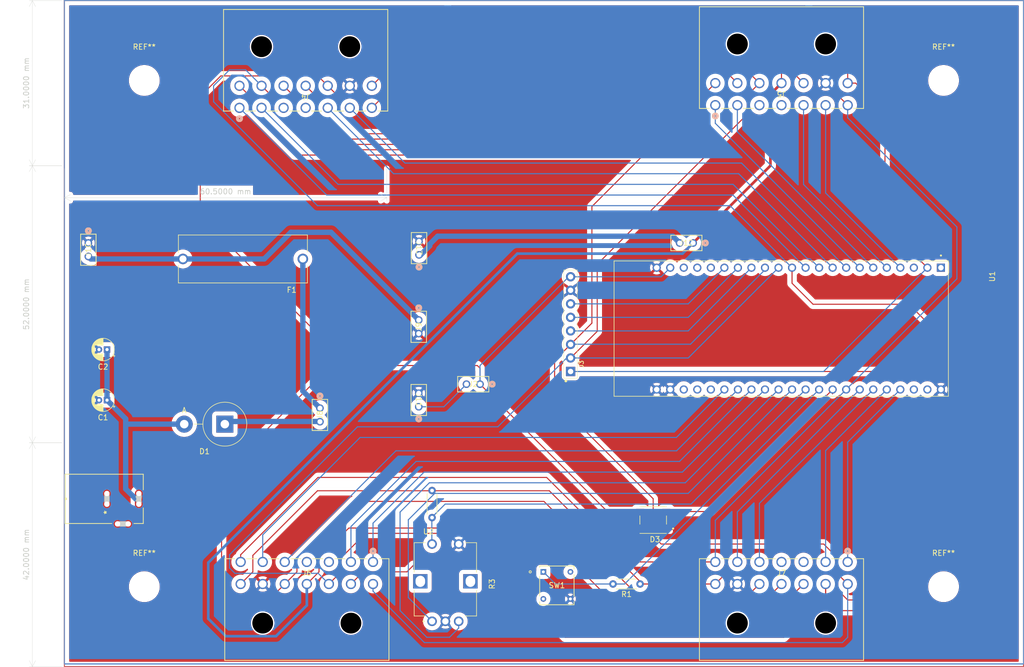
<source format=kicad_pcb>
(kicad_pcb (version 20240108) (generator "pcbnew") (generator_version "8.0")
  (layers (0 "F.Cu" signal) (31 "B.Cu" signal) (34 "B.Paste" user) (35 "F.Paste" user) (36 "B.SilkS" user "B.Silkscreen") (37 "F.SilkS" user "F.Silkscreen") (38 "B.Mask" user) (39 "F.Mask" user) (44 "Edge.Cuts" user))
  (net 0 "")
  (net 2 "GND")
  (net 3 "Net-(D1-A)")
  (net 4 "+12V")
  (net 5 "+5V")
  (net 6 "/neo pixel")
  (net 8 "Net-(D1-K)")
  (net 9 "/MOSI")
  (net 10 "/DC")
  (net 11 "/RESET")
  (net 12 "/3V3")
  (net 13 "/screenCS")
  (net 14 "/SCK")
  (net 15 "/RotorSW")
  (net 16 "/step1")
  (net 17 "/B")
  (net 18 "/dir1")
  (net 19 "/MISO")
  (net 20 "/pressureCS3")
  (net 21 "/irVout1")
  (net 22 "/pressureCS2")
  (net 23 "/step3")
  (net 24 "/step4")
  (net 25 "/pressureCS4")
  (net 26 "/dir3")
  (net 27 "/dir2")
  (net 28 "/irVout4")
  (net 29 "/irVout2")
  (net 30 "/irVin")
  (net 31 "/dir4")
  (net 32 "/pressureCS1")
  (net 33 "/step2")
  (net 34 "/A")
  (net 35 "/irVout3")
  (net 38 "Net-(F1-Pad1)")
  (net 39 "Net-(F1-Pad2)")
  (net 49 "Net-(J11-Pad1)")
  (net 50 "Net-(J12-Pad2)")
  (net 59 "Net-(U1-GPIO38)")
  (footprint "MountingHole:MountingHole_5.3mm_M5" (layer "F.Cu") (at 65 135)
    (property "Reference" "REF**")
    (property "Value" "MountingHole_5.3mm_M5")
  )
  (footprint "Capacitor_THT:CP_Radial_D4.0mm_P1.50mm" (layer "F.Cu") (at 58 100 180)
    (property "Reference" "C1")
    (property "Value" "10uF")
  )
  (footprint "1pin-jumper:CONN2_M20-999_1x2_HRW" (layer "F.Cu") (at 54.5 70.5 90)
    (property "Reference" "J10")
    (property "Value" "M20-9990246")
  )
  (footprint "TR1_01:SPST_TR1_NDC" (layer "F.Cu") (at 139.8871 132.222)
    (property "Reference" "SW1")
    (property "Value" "TR1-01")
  )
  (footprint "PH1-08-UA:1X8-2.54MM-THT" (layer "F.Cu") (at 145 94.62 90)
    (property "Reference" "J3")
    (property "Value" "PH1-08-UA")
  )
  (footprint "1pin-jumper:CONN2_M20-999_1x2_HRW" (layer "F.Cu") (at 116.5 101.2366 -90)
    (property "Reference" "J11")
    (property "Value" "M20-9990246")
  )
  (footprint "1pin-jumper:CONN2_M20-999_1x2_HRW" (layer "F.Cu") (at 128 97)
    (property "Reference" "J2")
    (property "Value" "M20-9990246")
  )
  (footprint "CONN14_1-770973-1_TEC:CONN14_1-770973-1_TEC" (layer "F.Cu") (at 82.860001 45.139997 180)
    (property "Reference" "J4")
    (property "Value" "1-770973-1")
  )
  (footprint "CONN14_1-770973-1_TEC:CONN14_1-770973-1_TEC" (layer "F.Cu") (at 107.919998 130.360003)
    (property "Reference" "J6")
    (property "Value" "1-770973-1")
  )
  (footprint "ACZ11BR1E_20FD1_20C:CUI_ACZ11BR1E-20FD1-20C" (layer "F.Cu") (at 121.5 134)
    (property "Reference" "U2")
    (property "Value" "ACZ11BR1E-20FD1-20C")
  )
  (footprint "CONN14_1-770973-1_TEC:CONN14_1-770973-1_TEC" (layer "F.Cu") (at 172.160004 44.639997 180)
    (property "Reference" "J5")
    (property "Value" "1-770973-1")
  )
  (footprint "1pin-jumper:CONN2_M20-999_1x2_HRW" (layer "F.Cu") (at 116.5555 72.7366 -90)
    (property "Reference" "J13")
    (property "Value" "M20-9990246")
  )
  (footprint "1655:LED_1655" (layer "F.Cu") (at 160.5 122.5 180)
    (property "Reference" "D3")
    (property "Value" "1655")
  )
  (footprint "MountingHole:MountingHole_5.3mm_M5" (layer "F.Cu") (at 215 40)
    (property "Reference" "REF**")
    (property "Value" "MountingHole_5.3mm_M5")
  )
  (footprint "Resistor_THT:R_Axial_DIN0204_L3.6mm_D1.6mm_P5.08mm_Horizontal" (layer "F.Cu") (at 158.04 134.5 180)
    (property "Reference" "R1")
    (property "Value" "10k")
  )
  (footprint "CONN14_1-770973-1_TEC:CONN14_1-770973-1_TEC" (layer "F.Cu") (at 197 130.360003)
    (property "Reference" "J7")
    (property "Value" "1-770973-1")
  )
  (footprint "4628:FUSE_4628" (layer "F.Cu") (at 83.5 73.5 180)
    (property "Reference" "F1")
    (property "Value" "4628")
  )
  (footprint "Capacitor_THT:CP_Radial_D4.0mm_P1.50mm" (layer "F.Cu") (at 58 90.5 180)
    (property "Reference" "C2")
    (property "Value" "0.1uF")
  )
  (footprint "MountingHole:MountingHole_5.3mm_M5" (layer "F.Cu") (at 65 40)
    (property "Reference" "REF**")
    (property "Value" "MountingHole_5.3mm_M5")
  )
  (footprint "ESP32-S3-DEVKITC-1-N8R2:XCVR_ESP32-S3-DEVKITC-1-N8R2" (layer "F.Cu") (at 184.53 86.57 -90)
    (property "Reference" "U1")
    (property "Value" "ESP32-S3-DEVKITC-1-N8R2")
  )
  (footprint "1pin-jumper:CONN2_M20-999_1x2_HRW" (layer "F.Cu") (at 168 70.5)
    (property "Reference" "J12")
    (property "Value" "M20-9990246")
  )
  (footprint "Diode_THT:D_5KPW_P7.62mm_Vertical_AnodeUp" (layer "F.Cu") (at 80.11 104.5 180)
    (property "Reference" "D1")
    (property "Value" "D")
  )
  (footprint "Resistor_THT:R_Axial_DIN0204_L3.6mm_D1.6mm_P5.08mm_Horizontal" (layer "F.Cu") (at 119 116.96 -90)
    (property "Reference" "R3")
    (property "Value" "10k")
  )
  (footprint "PJ_002B:PJ-002B_CUI" (layer "F.Cu") (at 63.975351 118.52325 90)
    (property "Reference" "J1")
    (property "Value" "PJ-002B")
    (fp_line (start -1.0033 -6.000001) (end 1.0033 -6.000001) (stroke (width 0.9906)) (layer "Edge.Cuts"))
    (fp_line (start -4.700001 -1.9967) (end -4.700001 -4.0033) (stroke (width 0.9906)) (layer "Edge.Cuts"))
    (fp_line (start -1.0033 0) (end 1.0033 0) (stroke (width 0.9906)) (layer "Edge.Cuts"))
  )
  (footprint "MountingHole:MountingHole_5.3mm_M5" (layer "F.Cu") (at 215 135)
    (property "Reference" "REF**")
    (property "Value" "MountingHole_5.3mm_M5")
  )
  (footprint "1pin-jumper:CONN2_M20-999_1x2_HRW" (layer "F.Cu") (at 116.5 84.96 90)
    (property "Reference" "J9")
    (property "Value" "M20-9990246")
  )
  (footprint "1pin-jumper:CONN2_M20-999_1x2_HRW" (layer "F.Cu") (at 97.96 101.5 90)
    (property "Reference" "J8")
    (property "Value" "M20-9990246")
  )
  (gr_rect (start 50 25) (end 230 150) (stroke (width 0.2)) (fill none) (layer "F.Cu"))
  (gr_rect (start 50 25) (end 230 149.5) (stroke (width 0.2)) (fill none) (layer "B.Cu"))
  (gr_poly (pts (xy 50 25) (xy 50 56) (xy 50 56) (xy 50 108) (xy 50 108) (xy 50 150) (xy 230 150) (xy 230 25)) (stroke (width 0.05)) (fill none) (layer "Edge.Cuts"))
  (dimension (type aligned) (layer "Edge.Cuts") (pts (xy 50 56) (xy 110.5 56)) (height 5.999999) (gr_text "60.5000 mm" (at 80.25 60.849999 0) (layer "Edge.Cuts") (effects (font (size 1 1) (thickness 0.15)))) (format (prefix "") (suffix "") (units 3) (units_format 1) (precision 4)) (style (thickness 0.05) (arrow_length 1.27) (text_position_mode 0) (extension_height 0.58642) (extension_offset 0.5) keep_text_aligned))
  (dimension (type aligned) (layer "Edge.Cuts") (pts (xy 50 25) (xy 50 56)) (height 5.999999) (gr_text "31.0000 mm" (at 42.850001 40.5 90) (layer "Edge.Cuts") (effects (font (size 1 1) (thickness 0.15)))) (format (prefix "") (suffix "") (units 3) (units_format 1) (precision 4)) (style (thickness 0.05) (arrow_length 1.27) (text_position_mode 0) (extension_height 0.58642) (extension_offset 0.5) keep_text_aligned))
  (dimension (type aligned) (layer "Edge.Cuts") (pts (xy 50 56) (xy 50 108)) (height 5.999999) (gr_text "52.0000 mm" (at 42.850001 82 90) (layer "Edge.Cuts") (effects (font (size 1 1) (thickness 0.15)))) (format (prefix "") (suffix "") (units 3) (units_format 1) (precision 4)) (style (thickness 0.05) (arrow_length 1.27) (text_position_mode 0) (extension_height 0.58642) (extension_offset 0.5) keep_text_aligned))
  (dimension (type aligned) (layer "Edge.Cuts") (pts (xy 50 108) (xy 50 150)) (height 5.999999) (gr_text "42.0000 mm" (at 42.850001 129 90) (layer "Edge.Cuts") (effects (font (size 1 1) (thickness 0.15)))) (format (prefix "") (suffix "") (units 3) (units_format 1) (precision 4)) (style (thickness 0.05) (arrow_length 1.27) (text_position_mode 0) (extension_height 0.58642) (extension_offset 0.5) keep_text_aligned))
  (segment (start 124 127) (end 124.5 127) (width 0.2) (layer "B.Cu") (net 2))
  (segment (start 61.5 116.647899) (end 63.375351 118.52325) (width 1) (layer "B.Cu") (net 3))
  (segment (start 58 100) (end 61.5 103.5) (width 1) (layer "B.Cu") (net 3))
  (segment (start 58 90.5) (end 58 100) (width 1) (layer "B.Cu") (net 3))
  (segment (start 72.49 104.5) (end 61.5 104.5) (width 1) (layer "B.Cu") (net 3))
  (segment (start 61.5 103.5) (end 61.5 104.5) (width 1) (layer "B.Cu") (net 3))
  (segment (start 61.5 104.5) (end 61.5 116.647899) (width 1) (layer "B.Cu") (net 3))
  (segment (start 139 124) (end 153.5 138.5) (width 0.2) (layer "F.Cu") (net 4))
  (segment (start 103.37805 124) (end 139 124) (width 0.2) (layer "F.Cu") (net 4))
  (segment (start 180.5 58) (end 168 70.5) (width 0.5) (layer "F.Cu") (net 4))
  (segment (start 176.400897 30) (end 184.580002 38.179105) (width 0.2) (layer "F.Cu") (net 4))
  (segment (start 148.5 51) (end 169.5 30) (width 0.2) (layer "F.Cu") (net 4))
  (segment (start 97.133999 42.854) (end 97.133999 45.47595) (width 0.2) (layer "F.Cu") (net 4))
  (segment (start 95.5 134.5) (end 97.785999 132.214001) (width 0.2) (layer "F.Cu") (net 4))
  (segment (start 180.580002 138.5) (end 184.580002 134.5) (width 0.2) (layer "F.Cu") (net 4))
  (segment (start 102.658049 51) (end 148.5 51) (width 0.2) (layer "F.Cu") (net 4))
  (segment (start 182.5 56) (end 180.5 58) (width 0.5) (layer "F.Cu") (net 4))
  (segment (start 97.133999 45.47595) (end 102.658049 51) (width 0.2) (layer "F.Cu") (net 4))
  (segment (start 184.580002 38.179105) (end 184.580002 40.5) (width 0.2) (layer "F.Cu") (net 4))
  (segment (start 97.785999 129.592051) (end 103.37805 124) (width 0.2) (layer "F.Cu") (net 4))
  (segment (start 95.279999 41) (end 97.133999 42.854) (width 0.2) (layer "F.Cu") (net 4))
  (segment (start 97.785999 132.214001) (end 97.785999 129.592051) (width 0.2) (layer "F.Cu") (net 4))
  (segment (start 184.580002 40.5) (end 182.5 42.580002) (width 0.5) (layer "F.Cu") (net 4))
  (segment (start 153.5 138.5) (end 180.580002 138.5) (width 0.2) (layer "F.Cu") (net 4))
  (segment (start 182.5 42.580002) (end 182.5 56) (width 0.5) (layer "F.Cu") (net 4))
  (segment (start 169.5 30) (end 176.400897 30) (width 0.2) (layer "F.Cu") (net 4))
  (segment (start 77 130.5) (end 77 141) (width 0.5) (layer "B.Cu") (net 4))
  (segment (start 80.295801 144.295801) (end 89.704199 144.295801) (width 0.5) (layer "B.Cu") (net 4))
  (segment (start 135 72.5) (end 77 130.5) (width 0.5) (layer "B.Cu") (net 4))
  (segment (start 166 72.5) (end 135 72.5) (width 0.5) (layer "B.Cu") (net 4))
  (segment (start 89.704199 144.295801) (end 95.5 138.5) (width 0.5) (layer "B.Cu") (net 4))
  (segment (start 168 70.5) (end 166 72.5) (width 0.5) (layer "B.Cu") (net 4))
  (segment (start 95.5 138.5) (end 95.5 134.5) (width 0.5) (layer "B.Cu") (net 4))
  (segment (start 77 141) (end 80.295801 144.295801) (width 0.5) (layer "B.Cu") (net 4))
  (segment (start 147 50) (end 168.5 28.5) (width 0.2) (layer "F.Cu") (net 5))
  (segment (start 79.5 135.5) (end 79.5 114) (width 0.2) (layer "F.Cu") (net 5))
  (segment (start 93.646 132.214001) (end 93.646 129.592051) (width 0.2) (layer "F.Cu") (net 5))
  (segment (start 79.5 114) (end 100 93.5) (width 0.2) (layer "F.Cu") (net 5))
  (segment (start 140 119) (end 158 137) (width 0.2) (layer "F.Cu") (net 5))
  (segment (start 75.5 43) (end 75.5 65.5) (width 0.2) (layer "F.Cu") (net 5))
  (segment (start 93.646 129.592051) (end 104.238051 119) (width 0.2) (layer "F.Cu") (net 5))
  (segment (start 101.705998 45.907949) (end 105.798049 50) (width 0.2) (layer "F.Cu") (net 5))
  (segment (start 158.05 120.9) (end 151.9 120.9) (width 0.2) (layer "F.Cu") (net 5))
  (segment (start 91.360001 134.5) (end 86.860001 139) (width 0.2) (layer "F.Cu") (net 5))
  (segment (start 168.5 28.5) (end 176.720001 28.5) (width 0.2) (layer "F.Cu") (net 5))
  (segment (start 128 94) (end 128 97) (width 0.2) (layer "F.Cu") (net 5))
  (segment (start 83 139) (end 79.5 135.5) (width 0.2) (layer "F.Cu") (net 5))
  (segment (start 79.354 39.146) (end 75.5 43) (width 0.2) (layer "F.Cu") (net 5))
  (segment (start 177.940003 137) (end 180.440003 134.5) (width 0.2) (layer "F.Cu") (net 5))
  (segment (start 99.419998 41) (end 97.565998 39.146) (width 0.2) (layer "F.Cu") (net 5))
  (segment (start 105.798049 50) (end 147 50) (width 0.2) (layer "F.Cu") (net 5))
  (segment (start 97.565998 39.146) (end 79.354 39.146) (width 0.2) (layer "F.Cu") (net 5))
  (segment (start 103.5 93.5) (end 127.5 93.5) (width 0.2) (layer "F.Cu") (net 5))
  (segment (start 127.5 93.5) (end 128 94) (width 0.2) (layer "F.Cu") (net 5))
  (segment (start 151.9 120.9) (end 128 97) (width 0.2) (layer "F.Cu") (net 5))
  (segment (start 176.720001 28.5) (end 188.720001 40.5) (width 0.2) (layer "F.Cu") (net 5))
  (segment (start 99.419998 41) (end 101.705998 43.286) (width 0.2) (layer "F.Cu") (net 5))
  (segment (start 158 137) (end 177.940003 137) (width 0.2) (layer "F.Cu") (net 5))
  (segment (start 91.360001 134.5) (end 93.646 132.214001) (width 0.2) (layer "F.Cu") (net 5))
  (segment (start 75.5 65.5) (end 103.5 93.5) (width 0.2) (layer "F.Cu") (net 5))
  (segment (start 104.238051 119) (end 140 119) (width 0.2) (layer "F.Cu") (net 5))
  (segment (start 86.860001 139) (end 83 139) (width 0.2) (layer "F.Cu") (net 5))
  (segment (start 100 93.5) (end 103.5 93.5) (width 0.2) (layer "F.Cu") (net 5))
  (segment (start 101.705998 43.286) (end 101.705998 45.907949) (width 0.2) (layer "F.Cu") (net 5))
  (segment (start 163.7 75.14) (end 162 76.84) (width 0.2) (layer "B.Cu") (net 5))
  (segment (start 145 76.84) (end 144.66 76.84) (width 0.2) (layer "B.Cu") (net 5))
  (segment (start 162 76.84) (end 145 76.84) (width 0.2) (layer "B.Cu") (net 5))
  (segment (start 144.66 76.84) (end 128 93.5) (width 0.2) (layer "B.Cu") (net 5))
  (segment (start 128 93.5) (end 128 97) (width 0.2) (layer "B.Cu") (net 5))
  (segment (start 171.28 120.9) (end 194.18 98) (width 0.2) (layer "F.Cu") (net 6))
  (segment (start 162.95 120.9) (end 171.28 120.9) (width 0.2) (layer "F.Cu") (net 6))
  (segment (start 194.18 98.82) (end 194.18 98) (width 0.2) (layer "F.Cu") (net 6))
  (segment (start 80.11 104.5) (end 80.61 104) (width 1) (layer "F.Cu") (net 8))
  (segment (start 98 104) (end 97.96 104.04) (width 1) (layer "F.Cu") (net 8))
  (segment (start 80.61 104) (end 97.46 104) (width 1) (layer "B.Cu") (net 8))
  (segment (start 149 63.660004) (end 158.660004 54) (width 0.2) (layer "F.Cu") (net 9))
  (segment (start 194.714001 132.214001) (end 194.714001 129.214001) (width 0.2) (layer "F.Cu") (net 9))
  (segment (start 160.5 125.5) (end 160.5 118.5) (width 0.2) (layer "F.Cu") (net 9))
  (segment (start 160.5 118.5) (end 142 100) (width 0.2) (layer "F.Cu") (net 9))
  (segment (start 194.714001 129.214001) (end 192.5 127) (width 0.2) (layer "F.Cu") (net 9))
  (segment (start 149 85.54) (end 149 63.660004) (width 0.2) (layer "F.Cu") (net 9))
  (segment (start 84.714001 45.47595) (end 93.238051 54) (width 0.2) (layer "F.Cu") (net 9))
  (segment (start 197 134.5) (end 194.714001 132.214001) (width 0.2) (layer "F.Cu") (net 9))
  (segment (start 142 100) (end 142 92.54) (width 0.2) (layer "F.Cu") (net 9))
  (segment (start 158.660004 54) (end 172.160004 40.5) (width 0.2) (layer "F.Cu") (net 9))
  (segment (start 181.48 75.52) (end 181.48 75.14) (width 0.2) (layer "F.Cu") (net 9))
  (segment (start 142 92.54) (end 145 89.54) (width 0.2) (layer "F.Cu") (net 9))
  (segment (start 145 89.54) (end 149 85.54) (width 0.2) (layer "F.Cu") (net 9))
  (segment (start 162 127) (end 160.5 125.5) (width 0.2) (layer "F.Cu") (net 9))
  (segment (start 93.238051 54) (end 158.660004 54) (width 0.2) (layer "F.Cu") (net 9))
  (segment (start 84.714001 42.854) (end 84.714001 45.47595) (width 0.2) (layer "F.Cu") (net 9))
  (segment (start 192.5 127) (end 162 127) (width 0.2) (layer "F.Cu") (net 9))
  (segment (start 82.860001 41) (end 84.714001 42.854) (width 0.2) (layer "F.Cu") (net 9))
  (segment (start 107.919998 135.849159) (end 117.570839 145.5) (width 0.2) (layer "B.Cu") (net 9))
  (segment (start 117.570839 145.5) (end 196 145.5) (width 0.2) (layer "B.Cu") (net 9))
  (segment (start 107.919998 134.5) (end 107.919998 135.849159) (width 0.2) (layer "B.Cu") (net 9))
  (segment (start 196 145.5) (end 197 144.5) (width 0.2) (layer "B.Cu") (net 9))
  (segment (start 197 144.5) (end 197 134.5) (width 0.2) (layer "B.Cu") (net 9))
  (segment (start 167.5 89.5) (end 181.48 75.52) (width 0.2) (layer "B.Cu") (net 9))
  (segment (start 145.04 89.5) (end 167.5 89.5) (width 0.2) (layer "B.Cu") (net 9))
  (segment (start 167.08 87) (end 178.94 75.14) (width 0.2) (layer "B.Cu") (net 10))
  (segment (start 145 87) (end 167.08 87) (width 0.2) (layer "B.Cu") (net 10))
  (segment (start 145 84.46) (end 167.08 84.46) (width 0.2) (layer "B.Cu") (net 11))
  (segment (start 167.08 84.46) (end 176.4 75.14) (width 0.2) (layer "B.Cu") (net 11))
  (segment (start 188.960897 26) (end 197 34.039103) (width 0.2) (layer "F.Cu") (net 12))
  (segment (start 195.146 134.164047) (end 195.146 135.646) (width 0.2) (layer "F.Cu") (net 12))
  (segment (start 195.146 135.646) (end 197 137.5) (width 0.2) (layer "F.Cu") (net 12))
  (segment (start 211.96 75.14) (end 204 67.18) (width 0.2) (layer "F.Cu") (net 12))
  (segment (start 85.366001 129.133999) (end 97.5 117) (width 0.2) (layer "F.Cu") (net 12))
  (segment (start 198.5 40.5) (end 197 40.5) (width 0.2) (layer "F.Cu") (net 12))
  (segment (start 122.699997 26) (end 188.960897 26) (width 0.2) (layer "F.Cu") (net 12))
  (segment (start 214.62 94.62) (end 145 94.62) (width 0.2) (layer "F.Cu") (net 12))
  (segment (start 85.366001 132.214001) (end 85.366001 129.133999) (width 0.2) (layer "F.Cu") (net 12))
  (segment (start 218 119) (end 218 98) (width 0.2) (layer "F.Cu") (net 12))
  (segment (start 83.080002 134.5) (end 85.366001 132.214001) (width 0.2) (layer "F.Cu") (net 12))
  (segment (start 197 137.5) (end 199.5 137.5) (width 0.2) (layer "F.Cu") (net 12))
  (segment (start 174.014004 132.646) (end 193.627953 132.646) (width 0.2) (layer "F.Cu") (net 12))
  (segment (start 141 117) (end 158.5 134.5) (width 0.2) (layer "F.Cu") (net 12))
  (segment (start 172.160004 134.5) (end 174.014004 132.646) (width 0.2) (layer "F.Cu") (net 12))
  (segment (start 107.699997 41) (end 122.699997 26) (width 0.2) (layer "F.Cu") (net 12))
  (segment (start 218 98) (end 214.62 94.62) (width 0.2) (layer "F.Cu") (net 12))
  (segment (start 204 46) (end 198.5 40.5) (width 0.2) (layer "F.Cu") (net 12))
  (segment (start 193.627953 132.646) (end 195.146 134.164047) (width 0.2) (layer "F.Cu") (net 12))
  (segment (start 97.5 117) (end 141 117) (width 0.2) (layer "F.Cu") (net 12))
  (segment (start 197 34.039103) (end 197 40.5) (width 0.2) (layer "F.Cu") (net 12))
  (segment (start 199.5 137.5) (end 218 119) (width 0.2) (layer "F.Cu") (net 12))
  (segment (start 204 67.18) (end 204 46) (width 0.2) (layer "F.Cu") (net 12))
  (segment (start 158.5 134.5) (end 172.160004 134.5) (width 0.2) (layer "F.Cu") (net 12))
  (segment (start 145 94.62) (end 192.48 94.62) (width 0.2) (layer "B.Cu") (net 12))
  (segment (start 192.48 94.62) (end 211.96 75.14) (width 0.2) (layer "B.Cu") (net 12))
  (segment (start 107.699997 41) (end 107.699997 40.300003) (width 0.2) (layer "B.Cu") (net 12))
  (segment (start 145 81.92) (end 167.08 81.92) (width 0.2) (layer "B.Cu") (net 13))
  (segment (start 167.08 81.92) (end 173.86 75.14) (width 0.2) (layer "B.Cu") (net 13))
  (segment (start 91.14 41) (end 92.5 42.36) (width 0.2) (layer "F.Cu") (net 14))
  (segment (start 175.940003 36) (end 180.440003 40.5) (width 0.2) (layer "F.Cu") (net 14))
  (segment (start 99.639999 134.5) (end 101.925999 132.214) (width 0.2) (layer "F.Cu") (net 14))
  (segment (start 180.440003 40.5) (end 178.154003 42.786) (width 0.2) (layer "F.Cu") (net 14))
  (segment (start 101.925999 129.592051) (end 106.51805 125) (width 0.2) (layer "F.Cu") (net 14))
  (segment (start 150 74.5) (end 150 87.08) (width 0.2) (layer "F.Cu") (net 14))
  (segment (start 92.5 42.36) (end 92.5 42.5) (width 0.2) (layer "F.Cu") (net 14))
  (segment (start 150 52) (end 166 36) (width 0.2) (layer "F.Cu") (net 14))
  (segment (start 183.720001 139.5) (end 188.720001 134.5) (width 0.2) (layer "F.Cu") (net 14))
  (segment (start 106.51805 125) (end 130 125) (width 0.2) (layer "F.Cu") (net 14))
  (segment (start 99.51805 52) (end 150 52) (width 0.2) (layer "F.Cu") (net 14))
  (segment (start 178.154003 46.345997) (end 150 74.5) (width 0.2) (layer "F.Cu") (net 14))
  (segment (start 130 125) (end 144.5 139.5) (width 0.2) (layer "F.Cu") (net 14))
  (segment (start 166 36) (end 175.940003 36) (width 0.2) (layer "F.Cu") (net 14))
  (segment (start 144.5 139.5) (end 183.720001 139.5) (width 0.2) (layer "F.Cu") (net 14))
  (segment (start 93 43) (end 93 45.48195) (width 0.2) (layer "F.Cu") (net 14))
  (segment (start 150 87.08) (end 145 92.08) (width 0.2) (layer "F.Cu") (net 14))
  (segment (start 92.5 42.5) (end 93 43) (width 0.2) (layer "F.Cu") (net 14))
  (segment (start 101.925999 132.214) (end 101.925999 129.592051) (width 0.2) (layer "F.Cu") (net 14))
  (segment (start 178.154003 42.786) (end 178.154003 46.345997) (width 0.2) (layer "F.Cu") (net 14))
  (segment (start 93 45.48195) (end 99.51805 52) (width 0.2) (layer "F.Cu") (net 14))
  (segment (start 145 92.08) (end 167.08 92.08) (width 0.2) (layer "B.Cu") (net 14))
  (segment (start 81 129) (end 81 131.5) (width 0.2) (layer "B.Cu") (net 14))
  (segment (start 97.639999 132.5) (end 99.639999 134.5) (width 0.2) (layer "B.Cu") (net 14))
  (segment (start 145 92.08) (end 144.265 92.08) (width 0.2) (layer "B.Cu") (net 14))
  (segment (start 81 131.5) (end 82 132.5) (width 0.2) (layer "B.Cu") (net 14))
  (segment (start 131.345 105) (end 105 105) (width 0.2) (layer "B.Cu") (net 14))
  (segment (start 82 132.5) (end 97.639999 132.5) (width 0.2) (layer "B.Cu") (net 14))
  (segment (start 105 105) (end 81 129) (width 0.2) (layer "B.Cu") (net 14))
  (segment (start 144.265 92.08) (end 131.345 105) (width 0.2) (layer "B.Cu") (net 14))
  (segment (start 167.08 92.08) (end 184.02 75.14) (width 0.2) (layer "B.Cu") (net 14))
  (segment (start 167.6 119.5) (end 189.1 98) (width 0.2) (layer "B.Cu") (net 15))
  (segment (start 121.46 119.5) (end 167.6 119.5) (width 0.2) (layer "B.Cu") (net 15))
  (segment (start 118.96 122) (end 121.46 119.5) (width 0.2) (layer "B.Cu") (net 15))
  (segment (start 118.96 126.96) (end 119 127) (width 0.2) (layer "B.Cu") (net 15))
  (segment (start 118.96 122) (end 118.96 126.96) (width 0.2) (layer "B.Cu") (net 15))
  (segment (start 197 107.88) (end 206.88 98) (width 0.2) (layer "B.Cu") (net 16))
  (segment (start 197 130.360003) (end 197 107.88) (width 0.2) (layer "B.Cu") (net 16))
  (segment (start 166.52 115.5) (end 184.02 98) (width 0.2) (layer "B.Cu") (net 17))
  (segment (start 118 144.5) (end 113 139.5) (width 0.2) (layer "B.Cu") (net 17))
  (segment (start 118.5 115.5) (end 166.52 115.5) (width 0.2) (layer "B.Cu") (net 17))
  (segment (start 124 142.772792) (end 122.272792 144.5) (width 0.2) (layer "B.Cu") (net 17))
  (segment (start 113 139.5) (end 113 121) (width 0.2) (layer "B.Cu") (net 17))
  (segment (start 113 121) (end 118.5 115.5) (width 0.2) (layer "B.Cu") (net 17))
  (segment (start 124 141.5) (end 124 142.772792) (width 0.2) (layer "B.Cu") (net 17))
  (segment (start 122.272792 144.5) (end 118 144.5) (width 0.2) (layer "B.Cu") (net 17))
  (segment (start 192.860001 109.479999) (end 204.34 98) (width 0.2) (layer "B.Cu") (net 18))
  (segment (start 192.860001 130.360003) (end 192.860001 109.479999) (width 0.2) (layer "B.Cu") (net 18))
  (segment (start 190.5 82) (end 186.56 78.06) (width 0.2) (layer "F.Cu") (net 19))
  (segment (start 151.5 53) (end 167 37.5) (width 0.2) (layer "F.Cu") (net 19))
  (segment (start 186.56 78.06) (end 186.56 75.14) (width 0.2) (layer "F.Cu") (net 19))
  (segment (start 167 37.5) (end 173.300003 37.5) (width 0.2) (layer "F.Cu") (net 19))
  (segment (start 192.860001 134.5) (end 192.860001 136.860001) (width 0.2) (layer "F.Cu") (net 19))
  (segment (start 219.5 93) (end 208.5 82) (width 0.2) (layer "F.Cu") (net 19))
  (segment (start 103.779999 134.5) (end 106.065996 132.214003) (width 0.2) (layer "F.Cu") (net 19))
  (segment (start 115.5 131) (end 130.5 131) (width 0.2) (layer "F.Cu") (net 19))
  (segment (start 192.860001 136.639999) (end 192.860001 134.5) (width 0.2) (layer "F.Cu") (net 19))
  (segment (start 87 41) (end 89.286 43.286) (width 0.2) (layer "F.Cu") (net 19))
  (segment (start 200 139.5) (end 219.5 120) (width 0.2) (layer "F.Cu") (net 19))
  (segment (start 130.5 131) (end 144 144.5) (width 0.2) (layer "F.Cu") (net 19))
  (segment (start 144 144.5) (end 185 144.5) (width 0.2) (layer "F.Cu") (net 19))
  (segment (start 106.065996 132.214003) (end 114.285997 132.214003) (width 0.2) (layer "F.Cu") (net 19))
  (segment (start 185 144.5) (end 192.860001 136.639999) (width 0.2) (layer "F.Cu") (net 19))
  (segment (start 114.285997 132.214003) (end 115.5 131) (width 0.2) (layer "F.Cu") (net 19))
  (segment (start 192.860001 136.860001) (end 195.5 139.5) (width 0.2) (layer "F.Cu") (net 19))
  (segment (start 208.5 82) (end 190.5 82) (width 0.2) (layer "F.Cu") (net 19))
  (segment (start 96.378051 53) (end 151.5 53) (width 0.2) (layer "F.Cu") (net 19))
  (segment (start 89.286 45.907949) (end 96.378051 53) (width 0.2) (layer "F.Cu") (net 19))
  (segment (start 173.300003 37.5) (end 176.300003 40.5) (width 0.2) (layer "F.Cu") (net 19))
  (segment (start 219.5 120) (end 219.5 93) (width 0.2) (layer "F.Cu") (net 19))
  (segment (start 89.286 43.286) (end 89.286 45.907949) (width 0.2) (layer "F.Cu") (net 19))
  (segment (start 195.5 139.5) (end 200 139.5) (width 0.2) (layer "F.Cu") (net 19))
  (segment (start 78 44) (end 78 41) (width 0.2) (layer "B.Cu") (net 19))
  (segment (start 97.5 63.5) (end 78 44) (width 0.2) (layer "B.Cu") (net 19))
  (segment (start 186.56 75.14) (end 174.92 63.5) (width 0.2) (layer "B.Cu") (net 19))
  (segment (start 174.92 63.5) (end 97.5 63.5) (width 0.2) (layer "B.Cu") (net 19))
  (segment (start 81 38) (end 84 38) (width 0.2) (layer "B.Cu") (net 19))
  (segment (start 84 38) (end 87 41) (width 0.2) (layer "B.Cu") (net 19))
  (segment (start 78 41) (end 81 38) (width 0.2) (layer "B.Cu") (net 19))
  (segment (start 188.720001 59.520001) (end 204.34 75.14) (width 0.2) (layer "B.Cu") (net 20))
  (segment (start 188.720001 44.639997) (end 188.720001 59.520001) (width 0.2) (layer "B.Cu") (net 20))
  (segment (start 176.300003 120.959997) (end 199.26 98) (width 0.2) (layer "B.Cu") (net 21))
  (segment (start 176.300003 130.360003) (end 176.300003 120.959997) (width 0.2) (layer "B.Cu") (net 21))
  (segment (start 91.360001 130.360003) (end 112.220004 109.5) (width 0.2) (layer "B.Cu") (net 22))
  (segment (start 164.9 109.5) (end 176.4 98) (width 0.2) (layer "B.Cu") (net 22))
  (segment (start 112.220004 109.5) (end 164.9 109.5) (width 0.2) (layer "B.Cu") (net 22))
  (segment (start 172.160004 44.639997) (end 172.160004 48.040004) (width 0.2) (layer "B.Cu") (net 23))
  (segment (start 172.160004 48.040004) (end 199.26 75.14) (width 0.2) (layer "B.Cu") (net 23))
  (segment (start 175.46 61.5) (end 189.1 75.14) (width 0.2) (layer "B.Cu") (net 24))
  (segment (start 82.860001 45.139997) (end 99.220004 61.5) (width 0.2) (layer "B.Cu") (net 24))
  (segment (start 99.220004 61.5) (end 175.46 61.5) (width 0.2) (layer "B.Cu") (net 24))
  (segment (start 99.419998 45.139997) (end 111.780001 57.5) (width 0.2) (layer "B.Cu") (net 25))
  (segment (start 176.54 57.5) (end 194.18 75.14) (width 0.2) (layer "B.Cu") (net 25))
  (segment (start 111.780001 57.5) (end 176.54 57.5) (width 0.2) (layer "B.Cu") (net 25))
  (segment (start 176.300003 49.640003) (end 201.8 75.14) (width 0.2) (layer "B.Cu") (net 26))
  (segment (start 176.300003 44.639997) (end 176.300003 49.640003) (width 0.2) (layer "B.Cu") (net 26))
  (segment (start 103.779999 123.720001) (end 116 111.5) (width 0.2) (layer "B.Cu") (net 27))
  (segment (start 103.779999 130.360003) (end 103.779999 123.720001) (width 0.2) (layer "B.Cu") (net 27))
  (segment (start 116 111.5) (end 165.44 111.5) (width 0.2) (layer "B.Cu") (net 27))
  (segment (start 165.44 111.5) (end 178.94 98) (width 0.2) (layer "B.Cu") (net 27))
  (segment (start 177.08 55.5) (end 196.72 75.14) (width 0.2) (layer "B.Cu") (net 28))
  (segment (start 113.920001 55.5) (end 177.08 55.5) (width 0.2) (layer "B.Cu") (net 28))
  (segment (start 103.559998 45.139997) (end 113.920001 55.5) (width 0.2) (layer "B.Cu") (net 28))
  (segment (start 87.220001 125.279999) (end 105.5 107) (width 0.2) (layer "B.Cu") (net 29))
  (segment (start 87.220001 130.360003) (end 87.220001 125.279999) (width 0.2) (layer "B.Cu") (net 29))
  (segment (start 105.5 107) (end 164.86 107) (width 0.2) (layer "B.Cu") (net 29))
  (segment (start 164.86 107) (end 173.86 98) (width 0.2) (layer "B.Cu") (net 29))
  (segment (start 140.5 114.5) (end 156.360003 130.360003) (width 0.2) (layer "F.Cu") (net 30))
  (segment (start 97.590846 114.5) (end 140.5 114.5) (width 0.2) (layer "F.Cu") (net 30))
  (segment (start 156.360003 130.360003) (end 172.160004 130.360003) (width 0.2) (layer "F.Cu") (net 30))
  (segment (start 125.339995 27.499999) (end 107.699997 45.139997) (width 0.2) (layer "F.Cu") (net 30))
  (segment (start 194.714001 39.732048) (end 182.481952 27.499999) (width 0.2) (layer "F.Cu") (net 30))
  (segment (start 194.714001 42.353998) (end 194.714001 39.732048) (width 0.2) (layer "F.Cu") (net 30))
  (segment (start 83.080002 130.360003) (end 83.080002 129.010844) (width 0.2) (layer "F.Cu") (net 30))
  (segment (start 182.481952 27.499999) (end 125.339995 27.499999) (width 0.2) (layer "F.Cu") (net 30))
  (segment (start 197 44.639997) (end 194.714001 42.353998) (width 0.2) (layer "F.Cu") (net 30))
  (segment (start 83.080002 129.010844) (end 97.590846 114.5) (width 0.2) (layer "F.Cu") (net 30))
  (segment (start 172.160004 122.559996) (end 196.72 98) (width 0.2) (layer "B.Cu") (net 30))
  (segment (start 217.5 77.22) (end 196.72 98) (width 0.2) (layer "B.Cu") (net 30))
  (segment (start 197 44.639997) (end 197 47) (width 0.2) (layer "B.Cu") (net 30))
  (segment (start 172.160004 130.360003) (end 172.160004 122.559996) (width 0.2) (layer "B.Cu") (net 30))
  (segment (start 197 47) (end 217.5 67.5) (width 0.2) (layer "B.Cu") (net 30))
  (segment (start 217.5 67.5) (end 217.5 77.22) (width 0.2) (layer "B.Cu") (net 30))
  (segment (start 189.475 73.475) (end 189.975 73.475) (width 0.2) (layer "B.Cu") (net 31))
  (segment (start 87 45.139997) (end 101.360003 59.5) (width 0.2) (layer "B.Cu") (net 31))
  (segment (start 189.975 73.475) (end 191.64 75.14) (width 0.2) (layer "B.Cu") (net 31))
  (segment (start 175.5 59.5) (end 189.475 73.475) (width 0.2) (layer "B.Cu") (net 31))
  (segment (start 101.360003 59.5) (end 175.5 59.5) (width 0.2) (layer "B.Cu") (net 31))
  (segment (start 180.440003 130.360003) (end 180.440003 119.359997) (width 0.2) (layer "B.Cu") (net 32))
  (segment (start 180.440003 119.359997) (end 201.8 98) (width 0.2) (layer "B.Cu") (net 32))
  (segment (start 107.919998 130.360003) (end 107.919998 123.080002) (width 0.2) (layer "B.Cu") (net 33))
  (segment (start 117.5 113.5) (end 165.98 113.5) (width 0.2) (layer "B.Cu") (net 33))
  (segment (start 107.919998 123.080002) (end 117.5 113.5) (width 0.2) (layer "B.Cu") (net 33))
  (segment (start 165.98 113.5) (end 181.48 98) (width 0.2) (layer "B.Cu") (net 33))
  (segment (start 119.5 117.5) (end 167.06 117.5) (width 0.2) (layer "B.Cu") (net 34))
  (segment (start 114.55 122.45) (end 119.5 117.5) (width 0.2) (layer "B.Cu") (net 34))
  (segment (start 119 141.5) (end 114.55 137.05) (width 0.2) (layer "B.Cu") (net 34))
  (segment (start 167.06 117.5) (end 186.56 98) (width 0.2) (layer "B.Cu") (net 34))
  (segment (start 114.55 137.05) (end 114.55 122.45) (width 0.2) (layer "B.Cu") (net 34))
  (segment (start 192.860001 61.120001) (end 206.88 75.14) (width 0.2) (layer "B.Cu") (net 35))
  (segment (start 192.860001 44.639997) (end 192.860001 61.120001) (width 0.2) (layer "B.Cu") (net 35))
  (segment (start 94.75 98.29) (end 97.96 101.5) (width 1) (layer "B.Cu") (net 38))
  (segment (start 94.75 73.5) (end 94.75 98.29) (width 1) (layer "B.Cu") (net 38))
  (segment (start 54.96 73.5) (end 54.5 73.04) (width 1) (layer "F.Cu") (net 39))
  (segment (start 87.5 73.5) (end 92.5 68.5) (width 1) (layer "B.Cu") (net 39))
  (segment (start 72.25 73.5) (end 87.5 73.5) (width 1) (layer "B.Cu") (net 39))
  (segment (start 100.04 68.5) (end 116.5 84.96) (width 1) (layer "B.Cu") (net 39))
  (segment (start 92.5 68.5) (end 100.04 68.5) (width 1) (layer "B.Cu") (net 39))
  (segment (start 72.25 73.5) (end 54.96 73.5) (width 1) (layer "B.Cu") (net 39))
  (segment (start 121.2234 101.2366) (end 116.5 101.2366) (width 0.2) (layer "B.Cu") (net 49))
  (segment (start 125.46 97) (end 121.2234 101.2366) (width 0.2) (layer "B.Cu") (net 49))
  (segment (start 156.5555 69.2366) (end 157.5 69.2366) (width 1) (layer "B.Cu") (net 50))
  (segment (start 157.5 69.2366) (end 120.0555 69.2366) (width 1) (layer "B.Cu") (net 50))
  (segment (start 164.1966 69.2366) (end 165.46 70.5) (width 1) (layer "B.Cu") (net 50))
  (segment (start 118.5667 70.7254) (end 118.5667 71.029667) (width 1) (layer "B.Cu") (net 50))
  (segment (start 157.5 69.2366) (end 164.1966 69.2366) (width 1) (layer "B.Cu") (net 50))
  (segment (start 118.5667 71.029667) (end 116.859767 72.7366) (width 1) (layer "B.Cu") (net 50))
  (segment (start 120.0555 69.2366) (end 118.5667 70.7254) (width 1) (layer "B.Cu") (net 50))
  (segment (start 116.859767 72.7366) (end 116.5555 72.7366) (width 1) (layer "B.Cu") (net 50))
  (segment (start 155.14 134.5) (end 191.64 98) (width 0.2) (layer "B.Cu") (net 59))
  (segment (start 139.8871 132.222) (end 142.1651 134.5) (width 0.2) (layer "B.Cu") (net 59))
  (segment (start 142.1651 134.5) (end 152.96 134.5) (width 0.2) (layer "B.Cu") (net 59))
  (segment (start 139.96 132.1491) (end 139.8871 132.222) (width 0.2) (layer "B.Cu") (net 59))
  (segment (start 152.96 134.5) (end 155.14 134.5) (width 0.2) (layer "B.Cu") (net 59))
  (zone (net 2) (net_name "GND") (layers "F&B.Cu") (connect_pads (clearance 0.5)) (min_thickness 0.25) (fill yes (thermal_gap 0.5) (thermal_bridge_width 0.5))
    (polygon (pts (xy 50 25) (xy 50 150) (xy 230 150) (xy 230 25)))
  )
)
</source>
